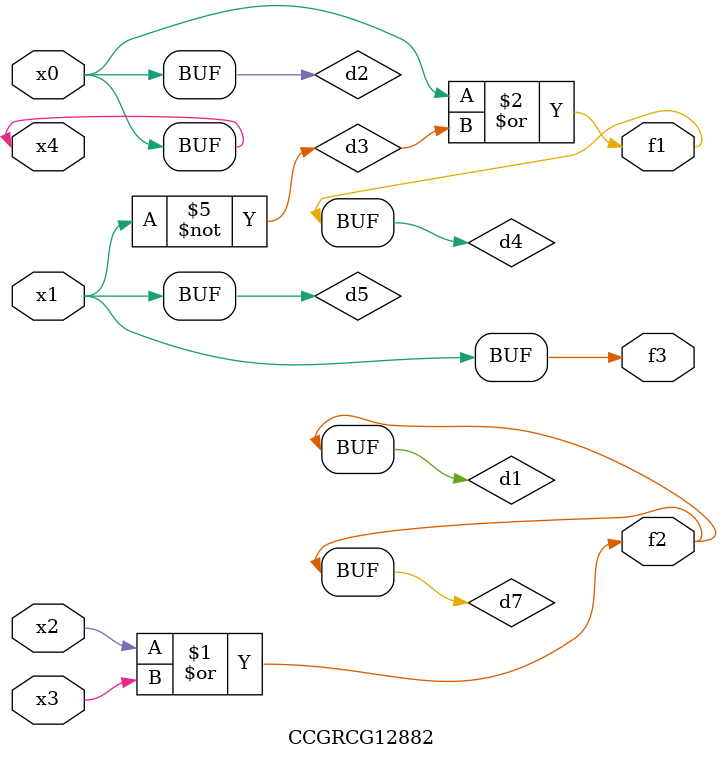
<source format=v>
module CCGRCG12882(
	input x0, x1, x2, x3, x4,
	output f1, f2, f3
);

	wire d1, d2, d3, d4, d5, d6, d7;

	or (d1, x2, x3);
	buf (d2, x0, x4);
	not (d3, x1);
	or (d4, d2, d3);
	not (d5, d3);
	nand (d6, d1, d3);
	or (d7, d1);
	assign f1 = d4;
	assign f2 = d7;
	assign f3 = d5;
endmodule

</source>
